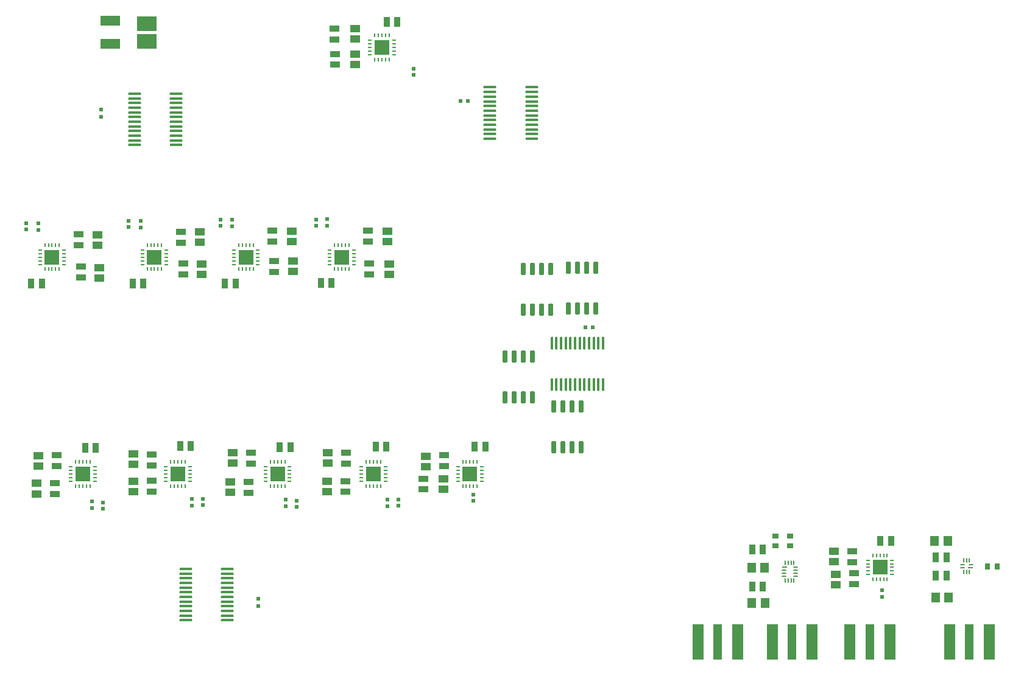
<source format=gtp>
G04*
G04 #@! TF.GenerationSoftware,Altium Limited,Altium Designer,25.3.3 (18)*
G04*
G04 Layer_Color=8421504*
%FSLAX44Y44*%
%MOMM*%
G71*
G04*
G04 #@! TF.SameCoordinates,8BA9F0F0-51DE-43A2-9AC8-778ADDE1523D*
G04*
G04*
G04 #@! TF.FilePolarity,Positive*
G04*
G01*
G75*
%ADD17R,0.6000X0.5100*%
G04:AMPARAMS|DCode=18|XSize=0.65mm|YSize=1.65mm|CornerRadius=0.0488mm|HoleSize=0mm|Usage=FLASHONLY|Rotation=180.000|XOffset=0mm|YOffset=0mm|HoleType=Round|Shape=RoundedRectangle|*
%AMROUNDEDRECTD18*
21,1,0.6500,1.5525,0,0,180.0*
21,1,0.5525,1.6500,0,0,180.0*
1,1,0.0975,-0.2763,0.7763*
1,1,0.0975,0.2763,0.7763*
1,1,0.0975,0.2763,-0.7763*
1,1,0.0975,-0.2763,-0.7763*
%
%ADD18ROUNDEDRECTD18*%
%ADD19R,1.3500X0.9500*%
%ADD20R,1.3562X1.0546*%
%ADD21R,0.9500X1.3500*%
%ADD22R,0.5725X0.6153*%
%ADD23R,0.2500X0.5500*%
%ADD24R,0.5500X0.2500*%
%ADD25R,2.0500X2.0500*%
%ADD26R,0.8121X0.6587*%
%ADD27R,1.1500X1.4500*%
%ADD28R,1.6000X5.0000*%
%ADD29R,1.2000X5.0000*%
G04:AMPARAMS|DCode=30|XSize=0.6mm|YSize=0.2mm|CornerRadius=0.05mm|HoleSize=0mm|Usage=FLASHONLY|Rotation=270.000|XOffset=0mm|YOffset=0mm|HoleType=Round|Shape=RoundedRectangle|*
%AMROUNDEDRECTD30*
21,1,0.6000,0.1000,0,0,270.0*
21,1,0.5000,0.2000,0,0,270.0*
1,1,0.1000,-0.0500,-0.2500*
1,1,0.1000,-0.0500,0.2500*
1,1,0.1000,0.0500,0.2500*
1,1,0.1000,0.0500,-0.2500*
%
%ADD30ROUNDEDRECTD30*%
G04:AMPARAMS|DCode=31|XSize=0.6mm|YSize=0.2mm|CornerRadius=0.05mm|HoleSize=0mm|Usage=FLASHONLY|Rotation=0.000|XOffset=0mm|YOffset=0mm|HoleType=Round|Shape=RoundedRectangle|*
%AMROUNDEDRECTD31*
21,1,0.6000,0.1000,0,0,0.0*
21,1,0.5000,0.2000,0,0,0.0*
1,1,0.1000,0.2500,-0.0500*
1,1,0.1000,-0.2500,-0.0500*
1,1,0.1000,-0.2500,0.0500*
1,1,0.1000,0.2500,0.0500*
%
%ADD31ROUNDEDRECTD31*%
G04:AMPARAMS|DCode=32|XSize=0.7mm|YSize=0.2mm|CornerRadius=0.05mm|HoleSize=0mm|Usage=FLASHONLY|Rotation=0.000|XOffset=0mm|YOffset=0mm|HoleType=Round|Shape=RoundedRectangle|*
%AMROUNDEDRECTD32*
21,1,0.7000,0.1000,0,0,0.0*
21,1,0.6000,0.2000,0,0,0.0*
1,1,0.1000,0.3000,-0.0500*
1,1,0.1000,-0.3000,-0.0500*
1,1,0.1000,-0.3000,0.0500*
1,1,0.1000,0.3000,0.0500*
%
%ADD32ROUNDEDRECTD32*%
G04:AMPARAMS|DCode=33|XSize=0.2mm|YSize=0.6mm|CornerRadius=0.05mm|HoleSize=0mm|Usage=FLASHONLY|Rotation=180.000|XOffset=0mm|YOffset=0mm|HoleType=Round|Shape=RoundedRectangle|*
%AMROUNDEDRECTD33*
21,1,0.2000,0.5000,0,0,180.0*
21,1,0.1000,0.6000,0,0,180.0*
1,1,0.1000,-0.0500,0.2500*
1,1,0.1000,0.0500,0.2500*
1,1,0.1000,0.0500,-0.2500*
1,1,0.1000,-0.0500,-0.2500*
%
%ADD33ROUNDEDRECTD33*%
G04:AMPARAMS|DCode=34|XSize=1.7883mm|YSize=0.4208mm|CornerRadius=0.2104mm|HoleSize=0mm|Usage=FLASHONLY|Rotation=0.000|XOffset=0mm|YOffset=0mm|HoleType=Round|Shape=RoundedRectangle|*
%AMROUNDEDRECTD34*
21,1,1.7883,0.0000,0,0,0.0*
21,1,1.3675,0.4208,0,0,0.0*
1,1,0.4208,0.6838,0.0000*
1,1,0.4208,-0.6838,0.0000*
1,1,0.4208,-0.6838,0.0000*
1,1,0.4208,0.6838,0.0000*
%
%ADD34ROUNDEDRECTD34*%
%ADD35R,1.7883X0.4208*%
%ADD36R,0.6587X0.8121*%
%ADD37R,2.8000X1.3500*%
%ADD38R,0.5000X0.4750*%
%ADD39R,2.8062X2.1029*%
%ADD40R,0.4750X0.5000*%
G04:AMPARAMS|DCode=41|XSize=1.7883mm|YSize=0.4208mm|CornerRadius=0.2104mm|HoleSize=0mm|Usage=FLASHONLY|Rotation=90.000|XOffset=0mm|YOffset=0mm|HoleType=Round|Shape=RoundedRectangle|*
%AMROUNDEDRECTD41*
21,1,1.7883,0.0000,0,0,90.0*
21,1,1.3675,0.4208,0,0,90.0*
1,1,0.4208,0.0000,0.6838*
1,1,0.4208,0.0000,-0.6838*
1,1,0.4208,0.0000,-0.6838*
1,1,0.4208,0.0000,0.6838*
%
%ADD41ROUNDEDRECTD41*%
%ADD42R,0.4208X1.7883*%
D17*
X289365Y226875D02*
D03*
Y236175D02*
D03*
X420370Y235790D02*
D03*
Y226490D02*
D03*
X151130Y233250D02*
D03*
Y223950D02*
D03*
X561145Y226513D02*
D03*
Y235813D02*
D03*
X345680Y624840D02*
D03*
Y615540D02*
D03*
X218440Y623570D02*
D03*
Y614270D02*
D03*
X477520Y616380D02*
D03*
Y625680D02*
D03*
X76200Y619760D02*
D03*
Y610460D02*
D03*
D18*
X850900Y557840D02*
D03*
X838200D02*
D03*
X825500D02*
D03*
X812800D02*
D03*
X850900Y501340D02*
D03*
X838200D02*
D03*
X825500D02*
D03*
X812800D02*
D03*
X830580Y364800D02*
D03*
X817880D02*
D03*
X805180D02*
D03*
X792480D02*
D03*
X830580Y308300D02*
D03*
X817880D02*
D03*
X805180D02*
D03*
X792480D02*
D03*
X788670Y556570D02*
D03*
X775970D02*
D03*
X763270D02*
D03*
X750570D02*
D03*
X788670Y500070D02*
D03*
X775970D02*
D03*
X763270D02*
D03*
X750570D02*
D03*
X763270Y434650D02*
D03*
X750570D02*
D03*
X737870D02*
D03*
X725170D02*
D03*
X763270Y378150D02*
D03*
X750570D02*
D03*
X737870D02*
D03*
X725170D02*
D03*
D19*
X487512Y875938D02*
D03*
Y890938D02*
D03*
X233680Y283330D02*
D03*
Y298330D02*
D03*
Y261500D02*
D03*
Y246500D02*
D03*
X535940Y548640D02*
D03*
Y563640D02*
D03*
X534670Y609480D02*
D03*
Y594480D02*
D03*
X403860Y567450D02*
D03*
Y552450D02*
D03*
X401560Y594480D02*
D03*
Y609480D02*
D03*
X278130Y563640D02*
D03*
Y548640D02*
D03*
X274320Y593210D02*
D03*
Y608210D02*
D03*
X135890Y559830D02*
D03*
Y544830D02*
D03*
X132080Y589400D02*
D03*
Y604400D02*
D03*
X504190Y300870D02*
D03*
Y285870D02*
D03*
X502920Y246138D02*
D03*
Y261138D02*
D03*
X1210310Y118230D02*
D03*
Y133230D02*
D03*
X1207770Y163710D02*
D03*
Y148710D02*
D03*
X368388Y260249D02*
D03*
Y245249D02*
D03*
X611233Y264593D02*
D03*
Y249593D02*
D03*
X640080Y282060D02*
D03*
Y297060D02*
D03*
X488782Y840498D02*
D03*
Y855498D02*
D03*
X99060Y243236D02*
D03*
Y258236D02*
D03*
X372110Y285870D02*
D03*
Y300870D02*
D03*
X101600Y297180D02*
D03*
Y282180D02*
D03*
D20*
X346710Y300628D02*
D03*
Y286112D02*
D03*
X1182370Y163468D02*
D03*
Y148952D02*
D03*
X208280Y261258D02*
D03*
Y246742D02*
D03*
Y284842D02*
D03*
Y299358D02*
D03*
X563880Y549002D02*
D03*
Y563518D02*
D03*
X561340Y609238D02*
D03*
Y594722D02*
D03*
X428230D02*
D03*
Y609238D02*
D03*
X430530Y567328D02*
D03*
Y552812D02*
D03*
X300990Y593452D02*
D03*
Y607968D02*
D03*
X303530Y563156D02*
D03*
Y548640D02*
D03*
X161290Y558076D02*
D03*
Y543560D02*
D03*
X158750Y589642D02*
D03*
Y604158D02*
D03*
X477520Y246380D02*
D03*
Y260896D02*
D03*
X478790Y300628D02*
D03*
Y286112D02*
D03*
X1184910Y117202D02*
D03*
Y131718D02*
D03*
X342988Y260006D02*
D03*
Y245491D02*
D03*
X639173Y264351D02*
D03*
Y249835D02*
D03*
X614680Y281032D02*
D03*
Y295548D02*
D03*
X516722Y840740D02*
D03*
Y855256D02*
D03*
Y876300D02*
D03*
Y890816D02*
D03*
X76200Y296818D02*
D03*
Y282302D02*
D03*
X73660Y243478D02*
D03*
Y257994D02*
D03*
D21*
X222130Y536430D02*
D03*
X207130D02*
D03*
X288290Y309880D02*
D03*
X273290D02*
D03*
X483750Y537210D02*
D03*
X468750D02*
D03*
X1261270Y177880D02*
D03*
X1246270D02*
D03*
X335400Y535940D02*
D03*
X350400D02*
D03*
X66160D02*
D03*
X81160D02*
D03*
X411720Y308610D02*
D03*
X426720D02*
D03*
X1068310Y166370D02*
D03*
X1083310D02*
D03*
X1068190Y114300D02*
D03*
X1083190D02*
D03*
X1338460Y154940D02*
D03*
X1323460D02*
D03*
X1338580Y129540D02*
D03*
X1323580D02*
D03*
X560142Y900068D02*
D03*
X575142D02*
D03*
X697593Y309163D02*
D03*
X682593D02*
D03*
X560070Y309518D02*
D03*
X545070D02*
D03*
X141210Y307340D02*
D03*
X156210D02*
D03*
D22*
X304800Y236220D02*
D03*
Y227649D02*
D03*
X462280Y616269D02*
D03*
Y624840D02*
D03*
X329170D02*
D03*
Y616269D02*
D03*
X201930Y623570D02*
D03*
Y614999D02*
D03*
X59690Y619760D02*
D03*
Y611189D02*
D03*
X576580Y227287D02*
D03*
Y235858D02*
D03*
X1248810Y108981D02*
D03*
Y100410D02*
D03*
X680720Y242251D02*
D03*
Y233680D02*
D03*
X166370Y231616D02*
D03*
Y223044D02*
D03*
X435610Y225584D02*
D03*
Y234156D02*
D03*
X598170Y834866D02*
D03*
Y826294D02*
D03*
D23*
X260315Y254575D02*
D03*
X265315D02*
D03*
X270315D02*
D03*
X275315D02*
D03*
X280315D02*
D03*
Y288075D02*
D03*
X275315D02*
D03*
X270315D02*
D03*
X265315D02*
D03*
X260315D02*
D03*
X507840Y556020D02*
D03*
X502840D02*
D03*
X497840D02*
D03*
X492840D02*
D03*
X487840D02*
D03*
Y589520D02*
D03*
X492840D02*
D03*
X497840D02*
D03*
X502840D02*
D03*
X507840D02*
D03*
X374730D02*
D03*
X369730D02*
D03*
X364730D02*
D03*
X359730D02*
D03*
X354730D02*
D03*
Y556020D02*
D03*
X359730D02*
D03*
X364730D02*
D03*
X369730D02*
D03*
X374730D02*
D03*
X247490Y589520D02*
D03*
X242490D02*
D03*
X237490D02*
D03*
X232490D02*
D03*
X227490D02*
D03*
Y556020D02*
D03*
X232490D02*
D03*
X237490D02*
D03*
X242490D02*
D03*
X247490D02*
D03*
X105250Y589520D02*
D03*
X100250D02*
D03*
X95250D02*
D03*
X90250D02*
D03*
X85250D02*
D03*
Y556020D02*
D03*
X90250D02*
D03*
X95250D02*
D03*
X100250D02*
D03*
X105250D02*
D03*
X1236030Y157960D02*
D03*
X1241030D02*
D03*
X1246030D02*
D03*
X1251030D02*
D03*
X1256030D02*
D03*
Y124460D02*
D03*
X1251030D02*
D03*
X1246030D02*
D03*
X1241030D02*
D03*
X1236030D02*
D03*
X666003Y288075D02*
D03*
X671003D02*
D03*
X676003D02*
D03*
X681003D02*
D03*
X686003D02*
D03*
Y254575D02*
D03*
X681003D02*
D03*
X676003D02*
D03*
X671003D02*
D03*
X666003D02*
D03*
X543552Y881258D02*
D03*
X548552D02*
D03*
X553552D02*
D03*
X558552D02*
D03*
X563552D02*
D03*
Y847758D02*
D03*
X558552D02*
D03*
X553552D02*
D03*
X548552D02*
D03*
X543552D02*
D03*
X128235Y254575D02*
D03*
X133235D02*
D03*
X138235D02*
D03*
X143235D02*
D03*
X148235D02*
D03*
Y288075D02*
D03*
X143235D02*
D03*
X138235D02*
D03*
X133235D02*
D03*
X128235D02*
D03*
X398745Y254575D02*
D03*
X403745D02*
D03*
X408745D02*
D03*
X413745D02*
D03*
X418745D02*
D03*
Y288075D02*
D03*
X413745D02*
D03*
X408745D02*
D03*
X403745D02*
D03*
X398745D02*
D03*
X532095Y254575D02*
D03*
X537095D02*
D03*
X542095D02*
D03*
X547095D02*
D03*
X552095D02*
D03*
Y288075D02*
D03*
X547095D02*
D03*
X542095D02*
D03*
X537095D02*
D03*
X532095D02*
D03*
D24*
X287065Y261325D02*
D03*
Y266325D02*
D03*
Y271325D02*
D03*
Y276325D02*
D03*
Y281325D02*
D03*
X253565D02*
D03*
Y276325D02*
D03*
Y271325D02*
D03*
Y266325D02*
D03*
Y261325D02*
D03*
X514590Y582770D02*
D03*
Y577770D02*
D03*
Y572770D02*
D03*
Y567770D02*
D03*
Y562770D02*
D03*
X481090D02*
D03*
Y567770D02*
D03*
Y572770D02*
D03*
Y577770D02*
D03*
Y582770D02*
D03*
X347980D02*
D03*
Y577770D02*
D03*
Y572770D02*
D03*
Y567770D02*
D03*
Y562770D02*
D03*
X381480D02*
D03*
Y567770D02*
D03*
Y572770D02*
D03*
Y577770D02*
D03*
Y582770D02*
D03*
X220740D02*
D03*
Y577770D02*
D03*
Y572770D02*
D03*
Y567770D02*
D03*
Y562770D02*
D03*
X254240D02*
D03*
Y567770D02*
D03*
Y572770D02*
D03*
Y577770D02*
D03*
Y582770D02*
D03*
X78500D02*
D03*
Y577770D02*
D03*
Y572770D02*
D03*
Y567770D02*
D03*
Y562770D02*
D03*
X112000D02*
D03*
Y567770D02*
D03*
Y572770D02*
D03*
Y577770D02*
D03*
Y582770D02*
D03*
X1229280Y131210D02*
D03*
Y136210D02*
D03*
Y141210D02*
D03*
Y146210D02*
D03*
Y151210D02*
D03*
X1262780D02*
D03*
Y146210D02*
D03*
Y141210D02*
D03*
Y136210D02*
D03*
Y131210D02*
D03*
X659253Y261325D02*
D03*
Y266325D02*
D03*
Y271325D02*
D03*
Y276325D02*
D03*
Y281325D02*
D03*
X692753D02*
D03*
Y276325D02*
D03*
Y271325D02*
D03*
Y266325D02*
D03*
Y261325D02*
D03*
X536802Y854508D02*
D03*
Y859508D02*
D03*
Y864508D02*
D03*
Y869508D02*
D03*
Y874508D02*
D03*
X570302D02*
D03*
Y869508D02*
D03*
Y864508D02*
D03*
Y859508D02*
D03*
Y854508D02*
D03*
X154985Y261325D02*
D03*
Y266325D02*
D03*
Y271325D02*
D03*
Y276325D02*
D03*
Y281325D02*
D03*
X121485D02*
D03*
Y276325D02*
D03*
Y271325D02*
D03*
Y266325D02*
D03*
Y261325D02*
D03*
X425495D02*
D03*
Y266325D02*
D03*
Y271325D02*
D03*
Y276325D02*
D03*
Y281325D02*
D03*
X391995D02*
D03*
Y276325D02*
D03*
Y271325D02*
D03*
Y266325D02*
D03*
Y261325D02*
D03*
X558845D02*
D03*
Y266325D02*
D03*
Y271325D02*
D03*
Y276325D02*
D03*
Y281325D02*
D03*
X525345D02*
D03*
Y276325D02*
D03*
Y271325D02*
D03*
Y266325D02*
D03*
Y261325D02*
D03*
D25*
X270315Y271325D02*
D03*
X497840Y572770D02*
D03*
X364730D02*
D03*
X237490D02*
D03*
X95250D02*
D03*
X1246030Y141210D02*
D03*
X676003Y271325D02*
D03*
X553552Y864508D02*
D03*
X138235Y271325D02*
D03*
X408745D02*
D03*
X542095D02*
D03*
D26*
X1101090Y171450D02*
D03*
Y184984D02*
D03*
X1121410Y184567D02*
D03*
Y171033D02*
D03*
D27*
X1086070Y91440D02*
D03*
X1068070D02*
D03*
X1085850Y140970D02*
D03*
X1067850D02*
D03*
X1321960Y177800D02*
D03*
X1339960D02*
D03*
X1323270Y99060D02*
D03*
X1341270D02*
D03*
D28*
X1342630Y37415D02*
D03*
X1398030D02*
D03*
X992800D02*
D03*
X1048200D02*
D03*
X1096250D02*
D03*
X1151650D02*
D03*
X1204200D02*
D03*
X1259600D02*
D03*
D29*
X1370330D02*
D03*
X1020500D02*
D03*
X1123950D02*
D03*
X1231900D02*
D03*
D30*
X1114520Y147160D02*
D03*
X1118520D02*
D03*
X1122520D02*
D03*
X1126520D02*
D03*
Y123160D02*
D03*
X1122520D02*
D03*
X1118520D02*
D03*
X1114520D02*
D03*
D31*
X1128520Y141160D02*
D03*
Y137160D02*
D03*
Y133160D02*
D03*
Y129160D02*
D03*
X1112520D02*
D03*
Y133160D02*
D03*
Y137160D02*
D03*
X1360330Y140620D02*
D03*
Y144620D02*
D03*
X1372330D02*
D03*
D32*
X1113020Y141160D02*
D03*
X1371830Y140620D02*
D03*
D33*
X1370330Y134620D02*
D03*
X1366330D02*
D03*
X1362330D02*
D03*
Y150620D02*
D03*
X1366330D02*
D03*
X1370330D02*
D03*
D34*
X338597Y139085D02*
D03*
Y132585D02*
D03*
Y126085D02*
D03*
Y119585D02*
D03*
Y113085D02*
D03*
Y106585D02*
D03*
Y100085D02*
D03*
Y93585D02*
D03*
Y87085D02*
D03*
Y80585D02*
D03*
Y74085D02*
D03*
Y67585D02*
D03*
X280773D02*
D03*
Y74085D02*
D03*
Y80585D02*
D03*
Y87085D02*
D03*
Y93585D02*
D03*
Y100085D02*
D03*
Y106585D02*
D03*
Y113085D02*
D03*
Y119585D02*
D03*
Y126085D02*
D03*
Y132585D02*
D03*
X761702Y744180D02*
D03*
Y750680D02*
D03*
Y757180D02*
D03*
Y763680D02*
D03*
Y770180D02*
D03*
Y776680D02*
D03*
Y783180D02*
D03*
Y789680D02*
D03*
Y796180D02*
D03*
Y802680D02*
D03*
Y809180D02*
D03*
X703878D02*
D03*
Y802680D02*
D03*
Y796180D02*
D03*
Y789680D02*
D03*
Y783180D02*
D03*
Y776680D02*
D03*
Y770180D02*
D03*
Y763680D02*
D03*
Y757180D02*
D03*
Y750680D02*
D03*
Y744180D02*
D03*
Y737680D02*
D03*
X209848Y728790D02*
D03*
Y735290D02*
D03*
Y741790D02*
D03*
Y748290D02*
D03*
Y754790D02*
D03*
Y761290D02*
D03*
Y767790D02*
D03*
Y774290D02*
D03*
Y780790D02*
D03*
Y787290D02*
D03*
Y793790D02*
D03*
Y800290D02*
D03*
X267672D02*
D03*
Y793790D02*
D03*
Y787290D02*
D03*
Y780790D02*
D03*
Y774290D02*
D03*
Y767790D02*
D03*
Y761290D02*
D03*
Y754790D02*
D03*
Y748290D02*
D03*
Y741790D02*
D03*
Y735290D02*
D03*
D35*
X280773Y139085D02*
D03*
X761702Y737680D02*
D03*
X267672Y728790D02*
D03*
D36*
X1409264Y142240D02*
D03*
X1395730D02*
D03*
D37*
X176530Y869700D02*
D03*
Y901700D02*
D03*
D38*
X382270Y97835D02*
D03*
Y87585D02*
D03*
X163830Y778555D02*
D03*
Y768305D02*
D03*
D39*
X227330Y872878D02*
D03*
Y897890D02*
D03*
D40*
X836840Y474980D02*
D03*
X847090D02*
D03*
X662850Y789940D02*
D03*
X673100D02*
D03*
D41*
X789750Y453092D02*
D03*
X796250D02*
D03*
X802750D02*
D03*
X809250D02*
D03*
X815750D02*
D03*
X822250D02*
D03*
X828750D02*
D03*
X835250D02*
D03*
X841750D02*
D03*
X848250D02*
D03*
X854750D02*
D03*
X861250D02*
D03*
Y395268D02*
D03*
X854750D02*
D03*
X848250D02*
D03*
X841750D02*
D03*
X835250D02*
D03*
X828750D02*
D03*
X822250D02*
D03*
X815750D02*
D03*
X809250D02*
D03*
X802750D02*
D03*
X796250D02*
D03*
D42*
X789750D02*
D03*
M02*

</source>
